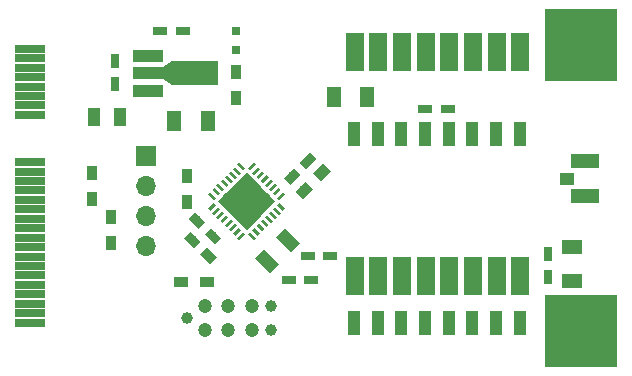
<source format=gts>
G04 #@! TF.GenerationSoftware,KiCad,Pcbnew,(5.0.0)*
G04 #@! TF.CreationDate,2018-09-20T08:03:35+02:00*
G04 #@! TF.ProjectId,pcielora,706369656C6F72612E6B696361645F70,A*
G04 #@! TF.SameCoordinates,Original*
G04 #@! TF.FileFunction,Soldermask,Top*
G04 #@! TF.FilePolarity,Negative*
%FSLAX46Y46*%
G04 Gerber Fmt 4.6, Leading zero omitted, Abs format (unit mm)*
G04 Created by KiCad (PCBNEW (5.0.0)) date 09/20/18 08:03:35*
%MOMM*%
%LPD*%
G01*
G04 APERTURE LIST*
%ADD10C,0.900000*%
%ADD11C,0.150000*%
%ADD12R,0.750000X1.200000*%
%ADD13R,1.651000X1.143000*%
%ADD14R,0.900000X1.200000*%
%ADD15C,0.750000*%
%ADD16R,1.200000X0.750000*%
%ADD17R,1.700000X1.700000*%
%ADD18O,1.700000X1.700000*%
%ADD19R,2.501900X1.000760*%
%ADD20R,4.000500X1.998980*%
%ADD21C,0.749300*%
%ADD22R,1.143000X1.651000*%
%ADD23R,0.800000X0.800000*%
%ADD24R,1.000000X1.500000*%
%ADD25R,1.200000X0.900000*%
%ADD26C,1.016000*%
%ADD27C,1.200000*%
%ADD28C,1.000000*%
%ADD29R,1.000000X2.000000*%
%ADD30R,1.500000X3.200000*%
%ADD31R,2.340000X1.190000*%
%ADD32R,1.190000X1.140000*%
%ADD33R,6.104800X6.104800*%
%ADD34R,2.500000X0.800000*%
%ADD35C,0.250000*%
%ADD36C,1.725000*%
G04 APERTURE END LIST*
D10*
G04 #@! TO.C,L1*
X141493817Y-80121183D03*
D11*
G36*
X141599883Y-79378721D02*
X142236279Y-80015117D01*
X141387751Y-80863645D01*
X140751355Y-80227249D01*
X141599883Y-79378721D01*
X141599883Y-79378721D01*
G37*
D10*
X139938183Y-81676817D03*
D11*
G36*
X140044249Y-80934355D02*
X140680645Y-81570751D01*
X139832117Y-82419279D01*
X139195721Y-81782883D01*
X140044249Y-80934355D01*
X140044249Y-80934355D01*
G37*
G04 #@! TD*
D12*
G04 #@! TO.C,C4*
X160655000Y-88961000D03*
X160655000Y-87061000D03*
G04 #@! TD*
D13*
G04 #@! TO.C,C5*
X162623500Y-89311480D03*
X162623500Y-86456520D03*
G04 #@! TD*
D14*
G04 #@! TO.C,R1*
X130073400Y-80484800D03*
X130073400Y-82684800D03*
G04 #@! TD*
G04 #@! TO.C,R2*
X134175500Y-71607500D03*
X134175500Y-73807500D03*
G04 #@! TD*
G04 #@! TO.C,R4*
X121983500Y-80180000D03*
X121983500Y-82380000D03*
G04 #@! TD*
G04 #@! TO.C,R5*
X123634500Y-83926500D03*
X123634500Y-86126500D03*
G04 #@! TD*
D15*
G04 #@! TO.C,C1*
X140308251Y-79147749D03*
D11*
G36*
X140467350Y-78458320D02*
X140997680Y-78988650D01*
X140149152Y-79837178D01*
X139618822Y-79306848D01*
X140467350Y-78458320D01*
X140467350Y-78458320D01*
G37*
D15*
X138964749Y-80491251D03*
D11*
G36*
X139123848Y-79801822D02*
X139654178Y-80332152D01*
X138805650Y-81180680D01*
X138275320Y-80650350D01*
X139123848Y-79801822D01*
X139123848Y-79801822D01*
G37*
G04 #@! TD*
D15*
G04 #@! TO.C,C2*
X130519249Y-85840649D03*
D11*
G36*
X129829820Y-85681550D02*
X130360150Y-85151220D01*
X131208678Y-85999748D01*
X130678348Y-86530078D01*
X129829820Y-85681550D01*
X129829820Y-85681550D01*
G37*
D15*
X131862751Y-87184151D03*
D11*
G36*
X131173322Y-87025052D02*
X131703652Y-86494722D01*
X132552180Y-87343250D01*
X132021850Y-87873580D01*
X131173322Y-87025052D01*
X131173322Y-87025052D01*
G37*
G04 #@! TD*
D15*
G04 #@! TO.C,C3*
X132243751Y-85558551D03*
D11*
G36*
X132933180Y-85717650D02*
X132402850Y-86247980D01*
X131554322Y-85399452D01*
X132084652Y-84869122D01*
X132933180Y-85717650D01*
X132933180Y-85717650D01*
G37*
D15*
X130900249Y-84215049D03*
D11*
G36*
X131589678Y-84374148D02*
X131059348Y-84904478D01*
X130210820Y-84055950D01*
X130741150Y-83525620D01*
X131589678Y-84374148D01*
X131589678Y-84374148D01*
G37*
G04 #@! TD*
D16*
G04 #@! TO.C,C6*
X129677200Y-68173600D03*
X127777200Y-68173600D03*
G04 #@! TD*
D12*
G04 #@! TO.C,C7*
X123926600Y-72654200D03*
X123926600Y-70754200D03*
G04 #@! TD*
D17*
G04 #@! TO.C,P1*
X126619000Y-78740000D03*
D18*
X126619000Y-81280000D03*
X126619000Y-83820000D03*
X126619000Y-86360000D03*
G04 #@! TD*
D19*
G04 #@! TO.C,U5*
X126781560Y-70253860D03*
X126781560Y-71755000D03*
X126781560Y-73256140D03*
D20*
X130733800Y-71755000D03*
D21*
X128384300Y-71755000D03*
D11*
G36*
X128758950Y-72755760D02*
X128009650Y-72255380D01*
X128009650Y-71254620D01*
X128758950Y-70754240D01*
X128758950Y-72755760D01*
X128758950Y-72755760D01*
G37*
G04 #@! TD*
D16*
G04 #@! TO.C,C8*
X150243500Y-74803000D03*
X152143500Y-74803000D03*
G04 #@! TD*
D22*
G04 #@! TO.C,C9*
X145318480Y-73723500D03*
X142463520Y-73723500D03*
G04 #@! TD*
G04 #@! TO.C,C10*
X128976120Y-75793600D03*
X131831080Y-75793600D03*
G04 #@! TD*
D16*
G04 #@! TO.C,C11*
X140299400Y-87223600D03*
X142199400Y-87223600D03*
G04 #@! TD*
G04 #@! TO.C,C12*
X138648400Y-89230200D03*
X140548400Y-89230200D03*
G04 #@! TD*
D23*
G04 #@! TO.C,D1*
X134175500Y-69761000D03*
X134175500Y-68161000D03*
G04 #@! TD*
D24*
G04 #@! TO.C,F1*
X124417000Y-75488800D03*
X122217000Y-75488800D03*
G04 #@! TD*
D25*
G04 #@! TO.C,R6*
X129557600Y-89408000D03*
X131757600Y-89408000D03*
G04 #@! TD*
D26*
G04 #@! TO.C,Y1*
X138615030Y-85870170D03*
D11*
G36*
X138345622Y-84882342D02*
X139602858Y-86139578D01*
X138884438Y-86857998D01*
X137627202Y-85600762D01*
X138345622Y-84882342D01*
X138345622Y-84882342D01*
G37*
D26*
X136820774Y-87664426D03*
D11*
G36*
X136551366Y-86676598D02*
X137808602Y-87933834D01*
X137090182Y-88652254D01*
X135832946Y-87395018D01*
X136551366Y-86676598D01*
X136551366Y-86676598D01*
G37*
G04 #@! TD*
D27*
G04 #@! TO.C,PR1*
X131540500Y-91456000D03*
D28*
X130040500Y-92456000D03*
X137140500Y-91456000D03*
X137140500Y-93456000D03*
D27*
X131540500Y-93456000D03*
X133540500Y-93456000D03*
X133540500Y-91456000D03*
X135540500Y-91456000D03*
X135540500Y-93456000D03*
G04 #@! TD*
D29*
G04 #@! TO.C,U3*
X144208500Y-92900500D03*
X146208500Y-92900500D03*
X148208500Y-92900500D03*
X150208500Y-92900500D03*
X152208500Y-92900500D03*
X154208500Y-92900500D03*
X156208500Y-92900500D03*
X158208500Y-92900500D03*
X158208500Y-76900500D03*
X156208500Y-76900500D03*
X154208500Y-76900500D03*
X152208500Y-76900500D03*
X150208500Y-76900500D03*
X148208500Y-76900500D03*
X146208500Y-76900500D03*
X144208500Y-76900500D03*
G04 #@! TD*
D30*
G04 #@! TO.C,U2*
X144257000Y-88938500D03*
X146257000Y-88938500D03*
X148257000Y-88938500D03*
X150257000Y-88938500D03*
X152257000Y-88938500D03*
X154257000Y-88938500D03*
X156257000Y-88938500D03*
X158257000Y-88938500D03*
X158257000Y-69938500D03*
X156257000Y-69938500D03*
X154257000Y-69938500D03*
X152257000Y-69938500D03*
X150257000Y-69938500D03*
X148257000Y-69938500D03*
X146257000Y-69938500D03*
X144257000Y-69938500D03*
G04 #@! TD*
D31*
G04 #@! TO.C,E1*
X163779200Y-79220800D03*
X163779200Y-82170800D03*
D32*
X162254200Y-80695800D03*
G04 #@! TD*
D33*
G04 #@! TO.C,MOUNTING_HOLE1*
X163394000Y-69372000D03*
G04 #@! TD*
G04 #@! TO.C,MOUNTING_HOLE2*
X163394000Y-93572000D03*
G04 #@! TD*
D34*
G04 #@! TO.C,J1*
X116744000Y-69672000D03*
X116744000Y-70472000D03*
X116744000Y-71272000D03*
X116744000Y-72072000D03*
X116744000Y-72872000D03*
X116744000Y-73672000D03*
X116744000Y-74472000D03*
X116744000Y-75272000D03*
X116744000Y-79272000D03*
X116744000Y-80072000D03*
X116744000Y-80872000D03*
X116744000Y-81672000D03*
X116744000Y-82472000D03*
X116744000Y-83272000D03*
X116744000Y-84072000D03*
X116744000Y-84872000D03*
X116744000Y-85672000D03*
X116744000Y-86472000D03*
X116744000Y-87272000D03*
X116744000Y-88072000D03*
X116744000Y-88872000D03*
X116744000Y-89672000D03*
X116744000Y-90472000D03*
X116744000Y-91272000D03*
X116744000Y-92072000D03*
X116744000Y-92872000D03*
G04 #@! TD*
D35*
G04 #@! TO.C,U1*
X135562219Y-85509893D03*
D11*
G36*
X135898095Y-85668992D02*
X135721318Y-85845769D01*
X135226343Y-85350794D01*
X135403120Y-85174017D01*
X135898095Y-85668992D01*
X135898095Y-85668992D01*
G37*
D35*
X135915773Y-85156340D03*
D11*
G36*
X136251649Y-85315439D02*
X136074872Y-85492216D01*
X135579897Y-84997241D01*
X135756674Y-84820464D01*
X136251649Y-85315439D01*
X136251649Y-85315439D01*
G37*
D35*
X136269326Y-84802786D03*
D11*
G36*
X136605202Y-84961885D02*
X136428425Y-85138662D01*
X135933450Y-84643687D01*
X136110227Y-84466910D01*
X136605202Y-84961885D01*
X136605202Y-84961885D01*
G37*
D35*
X136622880Y-84449233D03*
D11*
G36*
X136958756Y-84608332D02*
X136781979Y-84785109D01*
X136287004Y-84290134D01*
X136463781Y-84113357D01*
X136958756Y-84608332D01*
X136958756Y-84608332D01*
G37*
D35*
X136976433Y-84095680D03*
D11*
G36*
X137312309Y-84254779D02*
X137135532Y-84431556D01*
X136640557Y-83936581D01*
X136817334Y-83759804D01*
X137312309Y-84254779D01*
X137312309Y-84254779D01*
G37*
D35*
X137329986Y-83742126D03*
D11*
G36*
X137665862Y-83901225D02*
X137489085Y-84078002D01*
X136994110Y-83583027D01*
X137170887Y-83406250D01*
X137665862Y-83901225D01*
X137665862Y-83901225D01*
G37*
D35*
X137683540Y-83388573D03*
D11*
G36*
X138019416Y-83547672D02*
X137842639Y-83724449D01*
X137347664Y-83229474D01*
X137524441Y-83052697D01*
X138019416Y-83547672D01*
X138019416Y-83547672D01*
G37*
D35*
X138037093Y-83035019D03*
D11*
G36*
X138372969Y-83194118D02*
X138196192Y-83370895D01*
X137701217Y-82875920D01*
X137877994Y-82699143D01*
X138372969Y-83194118D01*
X138372969Y-83194118D01*
G37*
D35*
X138037093Y-82115781D03*
D11*
G36*
X138196192Y-81779905D02*
X138372969Y-81956682D01*
X137877994Y-82451657D01*
X137701217Y-82274880D01*
X138196192Y-81779905D01*
X138196192Y-81779905D01*
G37*
D35*
X137683540Y-81762227D03*
D11*
G36*
X137842639Y-81426351D02*
X138019416Y-81603128D01*
X137524441Y-82098103D01*
X137347664Y-81921326D01*
X137842639Y-81426351D01*
X137842639Y-81426351D01*
G37*
D35*
X137329986Y-81408674D03*
D11*
G36*
X137489085Y-81072798D02*
X137665862Y-81249575D01*
X137170887Y-81744550D01*
X136994110Y-81567773D01*
X137489085Y-81072798D01*
X137489085Y-81072798D01*
G37*
D35*
X136976433Y-81055120D03*
D11*
G36*
X137135532Y-80719244D02*
X137312309Y-80896021D01*
X136817334Y-81390996D01*
X136640557Y-81214219D01*
X137135532Y-80719244D01*
X137135532Y-80719244D01*
G37*
D35*
X136622880Y-80701567D03*
D11*
G36*
X136781979Y-80365691D02*
X136958756Y-80542468D01*
X136463781Y-81037443D01*
X136287004Y-80860666D01*
X136781979Y-80365691D01*
X136781979Y-80365691D01*
G37*
D35*
X136269326Y-80348014D03*
D11*
G36*
X136428425Y-80012138D02*
X136605202Y-80188915D01*
X136110227Y-80683890D01*
X135933450Y-80507113D01*
X136428425Y-80012138D01*
X136428425Y-80012138D01*
G37*
D35*
X135915773Y-79994460D03*
D11*
G36*
X136074872Y-79658584D02*
X136251649Y-79835361D01*
X135756674Y-80330336D01*
X135579897Y-80153559D01*
X136074872Y-79658584D01*
X136074872Y-79658584D01*
G37*
D35*
X135562219Y-79640907D03*
D11*
G36*
X135721318Y-79305031D02*
X135898095Y-79481808D01*
X135403120Y-79976783D01*
X135226343Y-79800006D01*
X135721318Y-79305031D01*
X135721318Y-79305031D01*
G37*
D35*
X134642981Y-79640907D03*
D11*
G36*
X134978857Y-79800006D02*
X134802080Y-79976783D01*
X134307105Y-79481808D01*
X134483882Y-79305031D01*
X134978857Y-79800006D01*
X134978857Y-79800006D01*
G37*
D35*
X134289427Y-79994460D03*
D11*
G36*
X134625303Y-80153559D02*
X134448526Y-80330336D01*
X133953551Y-79835361D01*
X134130328Y-79658584D01*
X134625303Y-80153559D01*
X134625303Y-80153559D01*
G37*
D35*
X133935874Y-80348014D03*
D11*
G36*
X134271750Y-80507113D02*
X134094973Y-80683890D01*
X133599998Y-80188915D01*
X133776775Y-80012138D01*
X134271750Y-80507113D01*
X134271750Y-80507113D01*
G37*
D35*
X133582320Y-80701567D03*
D11*
G36*
X133918196Y-80860666D02*
X133741419Y-81037443D01*
X133246444Y-80542468D01*
X133423221Y-80365691D01*
X133918196Y-80860666D01*
X133918196Y-80860666D01*
G37*
D35*
X133228767Y-81055120D03*
D11*
G36*
X133564643Y-81214219D02*
X133387866Y-81390996D01*
X132892891Y-80896021D01*
X133069668Y-80719244D01*
X133564643Y-81214219D01*
X133564643Y-81214219D01*
G37*
D35*
X132875214Y-81408674D03*
D11*
G36*
X133211090Y-81567773D02*
X133034313Y-81744550D01*
X132539338Y-81249575D01*
X132716115Y-81072798D01*
X133211090Y-81567773D01*
X133211090Y-81567773D01*
G37*
D35*
X132521660Y-81762227D03*
D11*
G36*
X132857536Y-81921326D02*
X132680759Y-82098103D01*
X132185784Y-81603128D01*
X132362561Y-81426351D01*
X132857536Y-81921326D01*
X132857536Y-81921326D01*
G37*
D35*
X132168107Y-82115781D03*
D11*
G36*
X132503983Y-82274880D02*
X132327206Y-82451657D01*
X131832231Y-81956682D01*
X132009008Y-81779905D01*
X132503983Y-82274880D01*
X132503983Y-82274880D01*
G37*
D35*
X132168107Y-83035019D03*
D11*
G36*
X132327206Y-82699143D02*
X132503983Y-82875920D01*
X132009008Y-83370895D01*
X131832231Y-83194118D01*
X132327206Y-82699143D01*
X132327206Y-82699143D01*
G37*
D35*
X132521660Y-83388573D03*
D11*
G36*
X132680759Y-83052697D02*
X132857536Y-83229474D01*
X132362561Y-83724449D01*
X132185784Y-83547672D01*
X132680759Y-83052697D01*
X132680759Y-83052697D01*
G37*
D35*
X132875214Y-83742126D03*
D11*
G36*
X133034313Y-83406250D02*
X133211090Y-83583027D01*
X132716115Y-84078002D01*
X132539338Y-83901225D01*
X133034313Y-83406250D01*
X133034313Y-83406250D01*
G37*
D35*
X133228767Y-84095680D03*
D11*
G36*
X133387866Y-83759804D02*
X133564643Y-83936581D01*
X133069668Y-84431556D01*
X132892891Y-84254779D01*
X133387866Y-83759804D01*
X133387866Y-83759804D01*
G37*
D35*
X133582320Y-84449233D03*
D11*
G36*
X133741419Y-84113357D02*
X133918196Y-84290134D01*
X133423221Y-84785109D01*
X133246444Y-84608332D01*
X133741419Y-84113357D01*
X133741419Y-84113357D01*
G37*
D35*
X133935874Y-84802786D03*
D11*
G36*
X134094973Y-84466910D02*
X134271750Y-84643687D01*
X133776775Y-85138662D01*
X133599998Y-84961885D01*
X134094973Y-84466910D01*
X134094973Y-84466910D01*
G37*
D35*
X134289427Y-85156340D03*
D11*
G36*
X134448526Y-84820464D02*
X134625303Y-84997241D01*
X134130328Y-85492216D01*
X133953551Y-85315439D01*
X134448526Y-84820464D01*
X134448526Y-84820464D01*
G37*
D35*
X134642981Y-85509893D03*
D11*
G36*
X134802080Y-85174017D02*
X134978857Y-85350794D01*
X134483882Y-85845769D01*
X134307105Y-85668992D01*
X134802080Y-85174017D01*
X134802080Y-85174017D01*
G37*
D36*
X135102600Y-81355641D03*
D11*
G36*
X136322359Y-81355641D02*
X135102600Y-82575400D01*
X133882841Y-81355641D01*
X135102600Y-80135882D01*
X136322359Y-81355641D01*
X136322359Y-81355641D01*
G37*
D36*
X133882841Y-82575400D03*
D11*
G36*
X135102600Y-82575400D02*
X133882841Y-83795159D01*
X132663082Y-82575400D01*
X133882841Y-81355641D01*
X135102600Y-82575400D01*
X135102600Y-82575400D01*
G37*
D36*
X136322359Y-82575400D03*
D11*
G36*
X137542118Y-82575400D02*
X136322359Y-83795159D01*
X135102600Y-82575400D01*
X136322359Y-81355641D01*
X137542118Y-82575400D01*
X137542118Y-82575400D01*
G37*
D36*
X135102600Y-83795159D03*
D11*
G36*
X136322359Y-83795159D02*
X135102600Y-85014918D01*
X133882841Y-83795159D01*
X135102600Y-82575400D01*
X136322359Y-83795159D01*
X136322359Y-83795159D01*
G37*
G04 #@! TD*
M02*

</source>
